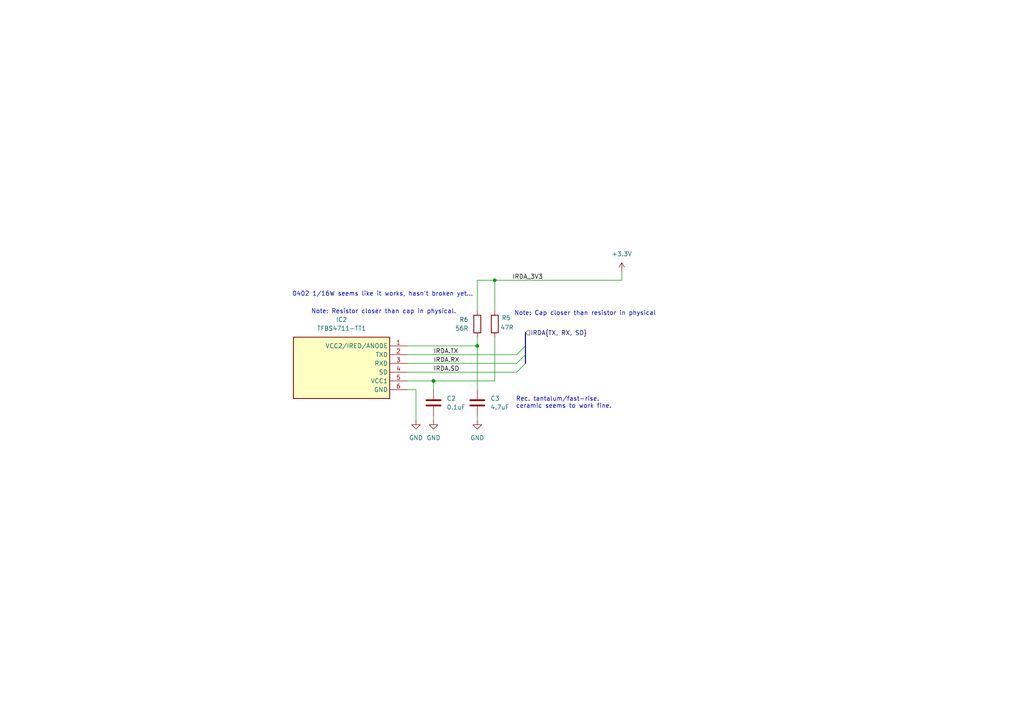
<source format=kicad_sch>
(kicad_sch (version 20250114) (generator "eeschema") (generator_version "9.0")
  (paper "A4")
  (lib_symbols
    (symbol "Device:C" (pin_numbers (hide yes)) (pin_names (offset 0.254))
      (property "Reference" "C" (at 0.635 2.54 0))
      (property "Value" "C" (at 0.635 -2.54 0))
      (symbol "C_0_1"
        (polyline (pts (xy -2.032 0.762) (xy 2.032 0.762)) (stroke (width 0.508)))
        (polyline (pts (xy -2.032 -0.762) (xy 2.032 -0.762)) (stroke (width 0.508)))
      )
      (symbol "C_1_1"
        (pin passive line (at 0 3.81 270) (length 2.794) (name "~") (number "1"))
        (pin passive line (at 0 -3.81 90) (length 2.794) (name "~") (number "2"))
      )
    )
    (symbol "Device:R" (pin_numbers (hide yes)) (pin_names (offset 0))
      (property "Reference" "R" (at 2.032 0 90))
      (property "Value" "R" (at 0 0 90))
      (symbol "R_0_1"
        (rectangle (start -1.016 -2.54) (end 1.016 2.54) (stroke (width 0.254)))
      )
      (symbol "R_1_1"
        (pin passive line (at 0 3.81 270) (length 1.27) (name "~") (number "1"))
        (pin passive line (at 0 -3.81 90) (length 1.27) (name "~") (number "2"))
      )
    )
    (symbol "SamacSys_Parts:TFBS4711-TT1"
      (property "Reference" "IC" (at 34.29 7.62 0))
      (property "Value" "TFBS4711-TT1" (at 34.29 5.08 0))
      (symbol "TFBS4711-TT1_1_1"
        (rectangle (start 5.08 2.54) (end 33.02 -15.24) (stroke (width 0.254)) (fill (type background)))
        (pin passive line (at 0 0 0) (length 5.08) (name "VCC2/IRED/ANODE") (number "1"))
        (pin passive line (at 0 -2.54 0) (length 5.08) (name "TXD") (number "2"))
        (pin passive line (at 0 -5.08 0) (length 5.08) (name "RXD") (number "3"))
        (pin passive line (at 0 -7.62 0) (length 5.08) (name "SD") (number "4"))
        (pin passive line (at 0 -10.16 0) (length 5.08) (name "VCC1") (number "5"))
        (pin passive line (at 0 -12.7 0) (length 5.08) (name "GND") (number "6"))
      )
    )
    (symbol "power:+3.3V" (power) (pin_numbers (hide yes)) (pin_names (offset 0) (hide yes))
      (property "Value" "+3.3V" (at 0 3.556 0))
      (symbol "+3.3V_0_1"
        (polyline (pts (xy -0.762 1.27) (xy 0 2.54)))
        (polyline (pts (xy 0 2.54) (xy 0.762 1.27)))
        (polyline (pts (xy 0 0) (xy 0 2.54)))
      )
      (symbol "+3.3V_1_1"
        (pin power_in line (at 0 0 90) (length 0) (name "~") (number "1"))
      )
    )
    (symbol "power:GND" (power) (pin_numbers (hide yes)) (pin_names (offset 0) (hide yes))
      (property "Value" "GND" (at 0 -3.81 0))
      (symbol "GND_0_1"
        (polyline (pts (xy 0 0) (xy 0 -1.27) (xy 1.27 -1.27) (xy 0 -2.54) (xy -1.27 -1.27) (xy 0 -1.27)))
      )
      (symbol "GND_1_1"
        (pin power_in line (at 0 0 270) (length 0) (name "~") (number "1"))
      )
    )
  )
  (text "Rec. tantalum/fast-rise.\nceramic seems to work fine." (at 149.606 116.84 0) (effects (font (size 1.27 1.27)) (justify left)))
  (text "0402 1/16W seems like it works, hasn't broken yet..." (at 110.998 85.344 0) (effects (font (size 1.27 1.27))))
  (text "Note: Cap closer than resistor in physical" (at 149.098 90.932 0) (effects (font (size 1.27 1.27)) (justify left)))
  (text "Note: Resistor closer than cap in physical." (at 132.334 90.424 0) (effects (font (size 1.27 1.27)) (justify right)))
  (junction (at 125.73 110.49))
  (junction (at 138.43 100.33))
  (junction (at 143.51 81.28))
  (bus_entry (at 152.4 100.33) (size -2.54 2.54))
  (bus_entry (at 152.4 102.87) (size -2.54 2.54))
  (bus_entry (at 152.4 105.41) (size -2.54 2.54))
  (wire (pts (xy 118.11 107.95) (xy 149.86 107.95)))
  (wire (pts (xy 180.34 81.28) (xy 180.34 78.74)))
  (wire (pts (xy 125.73 110.49) (xy 143.51 110.49)))
  (bus (pts (xy 152.4 100.33) (xy 152.4 102.87)))
  (wire (pts (xy 138.43 97.79) (xy 138.43 100.33)))
  (wire (pts (xy 143.51 81.28) (xy 143.51 90.17)))
  (wire (pts (xy 118.11 105.41) (xy 149.86 105.41)))
  (bus (pts (xy 152.4 102.87) (xy 152.4 105.41)))
  (wire (pts (xy 143.51 81.28) (xy 180.34 81.28)))
  (wire (pts (xy 125.73 113.03) (xy 125.73 110.49)))
  (bus (pts (xy 152.4 100.33) (xy 152.4 96.52)))
  (wire (pts (xy 125.73 120.65) (xy 125.73 121.92)))
  (wire (pts (xy 143.51 81.28) (xy 138.43 81.28)))
  (wire (pts (xy 118.11 100.33) (xy 138.43 100.33)))
  (wire (pts (xy 120.65 113.03) (xy 120.65 121.92)))
  (wire (pts (xy 125.73 110.49) (xy 118.11 110.49)))
  (wire (pts (xy 138.43 81.28) (xy 138.43 90.17)))
  (wire (pts (xy 118.11 113.03) (xy 120.65 113.03)))
  (wire (pts (xy 138.43 100.33) (xy 138.43 113.03)))
  (wire (pts (xy 138.43 120.65) (xy 138.43 121.92)))
  (wire (pts (xy 143.51 97.79) (xy 143.51 110.49)))
  (wire (pts (xy 118.11 102.87) (xy 149.86 102.87)))
  (label "IRDA.TX" (at 125.73 102.87 0))
  (label "IRDA.SD" (at 125.73 107.95 0))
  (label "IRDA_3V3" (at 148.59 81.28 0))
  (label "IRDA.RX" (at 125.73 105.41 0))
  (hierarchical_label "IRDA{TX, RX, SD}" (shape input) (at 152.4 96.52 0))
  (symbol (lib_id "Device:C") (at 138.43 116.84 0) (unit 1)
    (property "Reference" "C3" (at 142.24 115.5699 0) (effects (justify left)))
    (property "Value" "4.7uF" (at 142.24 118.1099 0) (effects (justify left)))
    (property "Footprint" "Capacitor_SMD:C_0603_1608Metric" (effects (hide yes)))
    (property "Description" "Unpolarized capacitor" (effects (hide yes)))
  )
  (symbol (lib_id "power:GND") (at 138.43 121.92 0) (unit 1)
    (property "Reference" "#PWR013" (effects (hide yes)))
    (property "Value" "GND" (at 138.43 127 0))
    (property "Description" "Power symbol creates a global label with name \"GND\" , ground" (effects (hide yes)))
  )
  (symbol (lib_id "SamacSys_Parts:TFBS4711-TT1") (at 118.11 100.33 0) (mirror y) (unit 1)
    (property "Reference" "IC2" (at 99.06 92.71 0))
    (property "Value" "TFBS4711-TT1" (at 99.06 95.25 0))
    (property "Footprint" "CustomFootprints:TFBS4711-TR" (effects (hide yes)))
    (property "Datasheet" "https://componentsearchengine.com/Datasheets/1/TFBS4711-TT1.pdf" (effects (hide yes)))
    (property "Description" "TFBS4711-TT1 Vishay, Infrared Transceiver, 900Nm 115.2kbit/s, 8m Range, SMT, 6 x 3.1 x 1.9mm" (effects (hide yes)))
    (property "Height" "2" (effects (hide yes)))
    (property "Mouser Part Number" "782-TFBS4711-TT1" (effects (hide yes)))
    (property "Mouser Price/Stock" "https://www.mouser.co.uk/ProductDetail/Vishay-Semiconductors/TFBS4711-TT1?qs=RzxYCzJDjPXm25NkrmdvHA%3D%3D" (effects (hide yes)))
    (property "Manufacturer_Name" "Vishay" (effects (hide yes)))
    (property "Manufacturer_Part_Number" "TFBS4711-TT1" (effects (hide yes)))
  )
  (symbol (lib_id "Device:R") (at 143.51 93.98 0) (unit 1)
    (property "Reference" "R5" (at 146.812 92.202 0))
    (property "Value" "47R" (at 147.066 94.996 0))
    (property "Footprint" "Resistor_SMD:R_0402_1005Metric" (effects (hide yes)))
    (property "Description" "Resistor" (effects (hide yes)))
  )
  (symbol (lib_id "Device:R") (at 138.43 93.98 0) (mirror y) (unit 1)
    (property "Reference" "R6" (at 135.89 92.7099 0) (effects (justify left)))
    (property "Value" "56R" (at 135.89 95.2499 0) (effects (justify left)))
    (property "Footprint" "Resistor_SMD:R_0402_1005Metric" (effects (hide yes)))
    (property "Description" "Resistor" (effects (hide yes)))
  )
  (symbol (lib_id "power:GND") (at 125.73 121.92 0) (unit 1)
    (property "Reference" "#PWR012" (effects (hide yes)))
    (property "Value" "GND" (at 125.73 127 0))
    (property "Description" "Power symbol creates a global label with name \"GND\" , ground" (effects (hide yes)))
  )
  (symbol (lib_id "power:+3.3V") (at 180.34 78.74 0) (unit 1)
    (property "Reference" "#PWR014" (effects (hide yes)))
    (property "Value" "+3.3V" (at 180.34 73.66 0))
    (property "Description" "Power symbol creates a global label with name \"+3.3V\"" (effects (hide yes)))
  )
  (symbol (lib_id "Device:C") (at 125.73 116.84 0) (unit 1)
    (property "Reference" "C2" (at 129.54 115.5699 0) (effects (justify left)))
    (property "Value" "0.1uF" (at 129.54 118.1099 0) (effects (justify left)))
    (property "Footprint" "Capacitor_SMD:C_0402_1005Metric" (effects (hide yes)))
    (property "Description" "Unpolarized capacitor" (effects (hide yes)))
  )
  (symbol (lib_id "power:GND") (at 120.65 121.92 0) (unit 1)
    (property "Reference" "#PWR011" (effects (hide yes)))
    (property "Value" "GND" (at 120.65 127 0))
    (property "Description" "Power symbol creates a global label with name \"GND\" , ground" (effects (hide yes)))
  )
)
</source>
